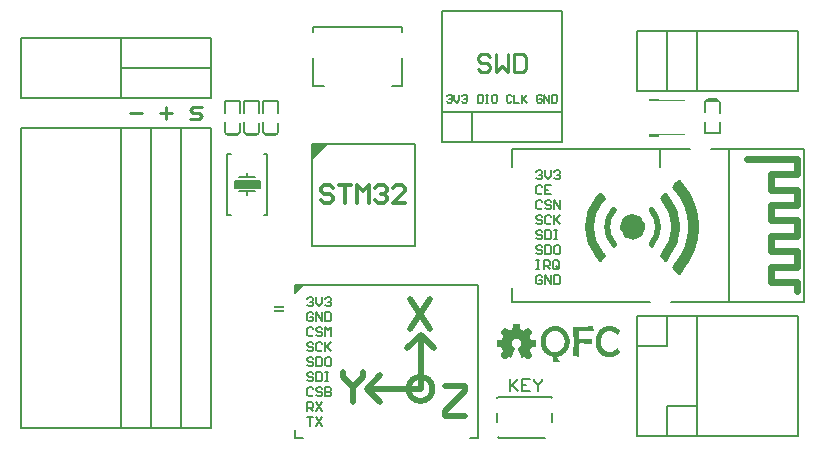
<source format=gto>
%FSLAX25Y25*%
%MOIN*%
G70*
G01*
G75*
G04 Layer_Color=65535*
%ADD10R,0.05200X0.06000*%
%ADD11R,0.10000X0.03600*%
%ADD12C,0.02800*%
%ADD13R,0.04000X0.02800*%
%ADD14R,0.05400X0.04000*%
%ADD15C,0.04000*%
%ADD16R,0.06000X0.09600*%
%ADD17R,0.09000X0.07000*%
%ADD18R,0.03400X0.02800*%
%ADD19O,0.06496X0.01181*%
%ADD20O,0.01181X0.06496*%
%ADD21R,0.02756X0.00394*%
%ADD22R,0.05512X0.03150*%
%ADD23R,0.01575X0.06400*%
%ADD24R,0.07000X0.04000*%
%ADD25C,0.02400*%
%ADD26C,0.01000*%
%ADD27C,0.00600*%
%ADD28C,0.01400*%
%ADD29C,0.02000*%
%ADD30C,0.01200*%
%ADD31C,0.01600*%
%ADD32C,0.03000*%
%ADD33R,0.05000X0.05000*%
%ADD34R,0.05000X0.05000*%
%ADD35C,0.13780*%
%ADD36C,0.02756*%
%ADD37O,0.04000X0.07000*%
%ADD38O,0.04000X0.05000*%
%ADD39C,0.02400*%
%ADD40C,0.00400*%
%ADD41R,0.07200X0.08600*%
%ADD42R,0.01000X0.05000*%
%ADD43R,0.05600X0.04800*%
%ADD44R,0.06200X0.02800*%
%ADD45R,0.08600X0.04800*%
%ADD46R,0.05600X0.06200*%
%ADD47R,0.03600X0.04400*%
%ADD48R,0.04400X0.03600*%
%ADD49R,0.02800X0.03400*%
G04:AMPARAMS|DCode=50|XSize=37.4mil|YSize=94.49mil|CornerRadius=9.35mil|HoleSize=0mil|Usage=FLASHONLY|Rotation=270.000|XOffset=0mil|YOffset=0mil|HoleType=Round|Shape=RoundedRectangle|*
%AMROUNDEDRECTD50*
21,1,0.03740,0.07579,0,0,270.0*
21,1,0.01870,0.09449,0,0,270.0*
1,1,0.01870,-0.03789,-0.00935*
1,1,0.01870,-0.03789,0.00935*
1,1,0.01870,0.03789,0.00935*
1,1,0.01870,0.03789,-0.00935*
%
%ADD50ROUNDEDRECTD50*%
G04:AMPARAMS|DCode=51|XSize=157.48mil|YSize=94.49mil|CornerRadius=23.62mil|HoleSize=0mil|Usage=FLASHONLY|Rotation=270.000|XOffset=0mil|YOffset=0mil|HoleType=Round|Shape=RoundedRectangle|*
%AMROUNDEDRECTD51*
21,1,0.15748,0.04724,0,0,270.0*
21,1,0.11024,0.09449,0,0,270.0*
1,1,0.04724,-0.02362,-0.05512*
1,1,0.04724,-0.02362,0.05512*
1,1,0.04724,0.02362,0.05512*
1,1,0.04724,0.02362,-0.05512*
%
%ADD51ROUNDEDRECTD51*%
%ADD52C,0.04500*%
%ADD53C,0.03800*%
%ADD54C,0.03000*%
%ADD55C,0.01900*%
%ADD56C,0.02362*%
%ADD57C,0.00800*%
%ADD58C,0.00787*%
%ADD59C,0.00022*%
%ADD60C,0.00500*%
%ADD61R,0.08500X0.02200*%
%ADD62R,0.03400X0.00600*%
G36*
X157661Y37856D02*
X157720Y37841D01*
X157765Y37797D01*
X157809Y37738D01*
X157839Y37649D01*
Y37634D01*
Y37619D01*
Y37560D01*
Y37501D01*
Y37426D01*
Y37323D01*
X157853Y37204D01*
X157868Y37056D01*
Y37027D01*
X157883Y36967D01*
X157898Y36878D01*
X157913Y36760D01*
X157942Y36523D01*
X157957Y36419D01*
Y36345D01*
Y36331D01*
X157942Y36286D01*
X157883Y36227D01*
X157853Y36212D01*
X157468D01*
X157365Y36227D01*
X156965D01*
X156802Y36242D01*
X156609D01*
X156417Y36257D01*
X156210D01*
X155973Y36271D01*
X155854D01*
X155780Y36286D01*
X155558D01*
X155306Y36301D01*
X155010Y36316D01*
X153455D01*
X153366Y36301D01*
X153188D01*
X153114Y36286D01*
X153085D01*
X153070Y36271D01*
X153040Y36242D01*
X153025Y36212D01*
X152996Y36153D01*
X152966Y36079D01*
X152951Y35975D01*
Y35842D01*
Y34109D01*
Y34094D01*
Y34035D01*
X152966Y33961D01*
X152981Y33872D01*
X152996Y33783D01*
X153040Y33709D01*
X153085Y33650D01*
X153159Y33635D01*
X153559D01*
X153677Y33650D01*
X154136D01*
X154329Y33665D01*
X154521D01*
X154743Y33680D01*
X154980D01*
X155232Y33694D01*
X155365D01*
X155469Y33709D01*
X155573D01*
X155721Y33724D01*
X156017Y33739D01*
X156358D01*
X156713Y33754D01*
X157039Y33768D01*
X157365D01*
X157409Y33754D01*
X157454Y33724D01*
X157483Y33650D01*
Y33635D01*
Y33561D01*
Y33443D01*
X157468Y33280D01*
Y33265D01*
Y33235D01*
Y33146D01*
X157454Y33028D01*
Y32924D01*
Y32895D01*
Y32821D01*
Y32702D01*
Y32524D01*
Y32510D01*
Y32480D01*
Y32436D01*
X157468Y32376D01*
Y32258D01*
Y32139D01*
Y32125D01*
X157454Y32110D01*
X157409Y32080D01*
X157320Y32065D01*
X156950D01*
X156743Y32080D01*
X156180D01*
X155824Y32095D01*
X155662D01*
X155484Y32110D01*
X155010D01*
X154773Y32125D01*
X153499D01*
X153351Y32110D01*
X153262D01*
X153233Y32095D01*
X153129Y32065D01*
X153011Y31976D01*
X152981Y31917D01*
X152966Y31843D01*
Y31813D01*
Y31769D01*
Y31725D01*
Y31651D01*
Y31576D01*
Y31473D01*
Y31354D01*
Y31221D01*
X152981Y31088D01*
Y30925D01*
Y30747D01*
Y30555D01*
Y30362D01*
X152996Y30140D01*
Y29903D01*
Y29888D01*
Y29844D01*
Y29785D01*
X153011Y29696D01*
Y29592D01*
Y29474D01*
X153025Y29192D01*
Y28881D01*
X153040Y28555D01*
Y28259D01*
Y28126D01*
Y27992D01*
Y27978D01*
Y27963D01*
X153025Y27889D01*
X152966Y27815D01*
X152922Y27800D01*
X152863Y27785D01*
X152626D01*
X152433Y27800D01*
X152389D01*
X152329Y27815D01*
X152270D01*
X152137Y27830D01*
X151796D01*
X151633Y27815D01*
X151500D01*
X151382Y27800D01*
X151248D01*
X151189Y27815D01*
X151130Y27859D01*
X151115Y27904D01*
X151100Y27948D01*
Y27963D01*
Y27992D01*
Y28037D01*
Y28096D01*
Y28185D01*
Y28289D01*
Y28407D01*
X151115Y28541D01*
Y28703D01*
Y28881D01*
Y29074D01*
X151130Y29296D01*
Y29518D01*
X151145Y29770D01*
Y30051D01*
X151159Y30332D01*
Y30347D01*
Y30407D01*
Y30481D01*
X151174Y30599D01*
Y30718D01*
X151189Y30880D01*
Y31043D01*
X151204Y31221D01*
Y31606D01*
X151219Y32006D01*
X151233Y32391D01*
Y32554D01*
Y32717D01*
Y32732D01*
Y32761D01*
Y32806D01*
Y32895D01*
Y33013D01*
Y33161D01*
X151219Y33354D01*
Y33591D01*
X151204Y33872D01*
Y34213D01*
X151189Y34598D01*
X151174Y34820D01*
Y35042D01*
X151159Y35294D01*
Y35560D01*
X151145Y35842D01*
X151130Y36138D01*
Y36449D01*
X151115Y36775D01*
X151100Y37130D01*
X151085Y37501D01*
Y37589D01*
Y37619D01*
X151100Y37663D01*
X151159Y37723D01*
X151204Y37752D01*
X151263Y37767D01*
X151500D01*
X151663Y37752D01*
X151885D01*
X152018Y37738D01*
X154477D01*
X154595Y37752D01*
X154936D01*
X155129Y37767D01*
X155365D01*
X155602Y37782D01*
X155884Y37797D01*
X156165Y37812D01*
X156476Y37826D01*
X156817Y37841D01*
X157157Y37856D01*
X157528Y37886D01*
X157572D01*
X157661Y37856D01*
D02*
G37*
G36*
X163407Y38004D02*
X163555Y37989D01*
X163733Y37975D01*
X163940Y37945D01*
X164177Y37900D01*
X164429Y37841D01*
X164696Y37752D01*
X164962Y37663D01*
X165244Y37545D01*
X165525Y37397D01*
X165792Y37219D01*
X166058Y37027D01*
X166310Y36805D01*
X166547Y36538D01*
X166562Y36508D01*
X166606Y36449D01*
X166651Y36375D01*
X166665Y36286D01*
Y36257D01*
X166651Y36212D01*
X166621Y36153D01*
X166577Y36064D01*
X166503Y35931D01*
X166414Y35783D01*
X166280Y35575D01*
X166266Y35546D01*
X166221Y35486D01*
X166162Y35383D01*
X166073Y35279D01*
X165999Y35175D01*
X165925Y35072D01*
X165866Y35013D01*
X165821Y34983D01*
X165806D01*
X165777Y34998D01*
X165732Y35027D01*
X165673Y35072D01*
X165599Y35131D01*
X165510Y35205D01*
X165392Y35324D01*
X165377Y35338D01*
X165318Y35397D01*
X165244Y35472D01*
X165125Y35560D01*
X165007Y35679D01*
X164874Y35783D01*
X164740Y35886D01*
X164592Y35975D01*
X164562Y35990D01*
X164488Y36034D01*
X164355Y36094D01*
X164192Y36153D01*
X164000Y36212D01*
X163763Y36271D01*
X163511Y36316D01*
X163230Y36331D01*
X163096D01*
X162993Y36316D01*
X162874Y36301D01*
X162741Y36271D01*
X162593Y36242D01*
X162430Y36197D01*
X162252Y36138D01*
X162074Y36064D01*
X161897Y35975D01*
X161719Y35871D01*
X161526Y35753D01*
X161363Y35605D01*
X161186Y35442D01*
X161038Y35249D01*
Y35235D01*
X161008Y35205D01*
X160978Y35146D01*
X160934Y35072D01*
X160875Y34983D01*
X160816Y34864D01*
X160756Y34731D01*
X160697Y34583D01*
X160623Y34420D01*
X160564Y34242D01*
X160504Y34035D01*
X160445Y33828D01*
X160371Y33354D01*
X160356Y33102D01*
X160342Y32835D01*
Y32821D01*
Y32776D01*
Y32687D01*
X160356Y32598D01*
Y32465D01*
X160371Y32317D01*
X160401Y32154D01*
X160431Y31976D01*
X160504Y31591D01*
X160623Y31192D01*
X160801Y30777D01*
X160904Y30584D01*
X161023Y30392D01*
X161038Y30377D01*
X161053Y30347D01*
X161112Y30288D01*
X161171Y30214D01*
X161245Y30140D01*
X161349Y30051D01*
X161467Y29947D01*
X161586Y29844D01*
X161734Y29740D01*
X161897Y29636D01*
X162089Y29548D01*
X162282Y29474D01*
X162489Y29399D01*
X162711Y29340D01*
X162963Y29311D01*
X163215Y29296D01*
X163333D01*
X163481Y29311D01*
X163659Y29340D01*
X163866Y29385D01*
X164088Y29444D01*
X164325Y29518D01*
X164577Y29636D01*
X164592Y29651D01*
X164651Y29681D01*
X164740Y29740D01*
X164844Y29814D01*
X164977Y29903D01*
X165125Y30007D01*
X165288Y30140D01*
X165451Y30288D01*
X165466Y30303D01*
X165510Y30347D01*
X165569Y30407D01*
X165644Y30466D01*
X165718Y30525D01*
X165777Y30584D01*
X165821Y30629D01*
X165851Y30643D01*
X165866Y30629D01*
X165895Y30614D01*
X165925Y30569D01*
X165984Y30510D01*
X166073Y30407D01*
X166177Y30259D01*
X166325Y30066D01*
X166340Y30036D01*
X166399Y29977D01*
X166458Y29888D01*
X166547Y29785D01*
X166621Y29666D01*
X166695Y29562D01*
X166739Y29488D01*
X166754Y29444D01*
Y29429D01*
X166739Y29385D01*
X166695Y29311D01*
X166606Y29207D01*
X166591Y29192D01*
X166547Y29133D01*
X166458Y29059D01*
X166355Y28955D01*
X166221Y28837D01*
X166058Y28703D01*
X165866Y28555D01*
X165658Y28407D01*
X165421Y28244D01*
X165155Y28111D01*
X164874Y27963D01*
X164577Y27844D01*
X164251Y27741D01*
X163911Y27667D01*
X163541Y27608D01*
X163170Y27593D01*
X163081D01*
X162963Y27608D01*
X162815Y27622D01*
X162637Y27637D01*
X162430Y27681D01*
X162193Y27726D01*
X161941Y27785D01*
X161674Y27874D01*
X161393Y27978D01*
X161097Y28096D01*
X160816Y28244D01*
X160534Y28422D01*
X160253Y28629D01*
X159986Y28881D01*
X159734Y29148D01*
X159720Y29162D01*
X159690Y29222D01*
X159631Y29296D01*
X159557Y29414D01*
X159453Y29548D01*
X159364Y29725D01*
X159246Y29918D01*
X159142Y30140D01*
X159038Y30392D01*
X158920Y30673D01*
X158831Y30969D01*
X158742Y31295D01*
X158653Y31636D01*
X158594Y31991D01*
X158564Y32376D01*
X158550Y32776D01*
Y32806D01*
Y32880D01*
X158564Y32983D01*
Y33146D01*
X158594Y33324D01*
X158609Y33546D01*
X158653Y33798D01*
X158698Y34050D01*
X158772Y34331D01*
X158846Y34627D01*
X158949Y34938D01*
X159068Y35249D01*
X159201Y35546D01*
X159364Y35857D01*
X159557Y36153D01*
X159764Y36434D01*
X159779Y36449D01*
X159823Y36508D01*
X159897Y36582D01*
X160001Y36686D01*
X160134Y36805D01*
X160282Y36938D01*
X160475Y37086D01*
X160682Y37234D01*
X160919Y37382D01*
X161171Y37515D01*
X161452Y37649D01*
X161763Y37767D01*
X162089Y37871D01*
X162445Y37945D01*
X162815Y38004D01*
X163200Y38019D01*
X163289D01*
X163407Y38004D01*
D02*
G37*
G36*
X145265Y38019D02*
X145398Y38004D01*
X145576Y37989D01*
X145783Y37945D01*
X146020Y37900D01*
X146272Y37841D01*
X146539Y37752D01*
X146820Y37649D01*
X147116Y37515D01*
X147413Y37352D01*
X147709Y37175D01*
X147990Y36967D01*
X148286Y36716D01*
X148553Y36434D01*
X148568Y36419D01*
X148612Y36360D01*
X148686Y36286D01*
X148775Y36168D01*
X148879Y36020D01*
X148982Y35842D01*
X149116Y35634D01*
X149249Y35412D01*
X149367Y35161D01*
X149501Y34879D01*
X149604Y34583D01*
X149723Y34272D01*
X149797Y33931D01*
X149871Y33576D01*
X149915Y33206D01*
X149930Y32821D01*
Y32806D01*
Y32732D01*
Y32643D01*
X149915Y32495D01*
X149900Y32332D01*
X149871Y32139D01*
X149841Y31932D01*
X149782Y31695D01*
X149723Y31428D01*
X149649Y31162D01*
X149560Y30895D01*
X149456Y30599D01*
X149323Y30318D01*
X149160Y30022D01*
X148997Y29740D01*
X148790Y29459D01*
X148775Y29444D01*
X148731Y29399D01*
X148671Y29311D01*
X148568Y29222D01*
X148449Y29103D01*
X148316Y28970D01*
X148153Y28822D01*
X147960Y28674D01*
X147753Y28511D01*
X147531Y28363D01*
X147279Y28215D01*
X147013Y28081D01*
X146731Y27948D01*
X146420Y27844D01*
X146109Y27770D01*
X145769Y27711D01*
Y27696D01*
X145783Y27681D01*
X145798Y27637D01*
X145813Y27578D01*
X145887Y27430D01*
X145976Y27237D01*
X146109Y27015D01*
X146272Y26778D01*
X146465Y26541D01*
X146702Y26289D01*
X146716D01*
X146731Y26260D01*
X146746Y26230D01*
Y26201D01*
Y26186D01*
Y26171D01*
X146716Y26141D01*
X146687Y26097D01*
X146627Y26052D01*
X146539Y26023D01*
X146420Y25993D01*
X146257Y25964D01*
X145176D01*
X144998Y25978D01*
X144702D01*
X144658Y25993D01*
X144628D01*
X144613Y26008D01*
X144569Y26038D01*
X144539Y26067D01*
X144510Y26112D01*
X144480Y26171D01*
X144450Y26245D01*
X144406Y26334D01*
X144376Y26452D01*
X144347Y26600D01*
X144317Y26763D01*
X144288Y26956D01*
X144258Y27178D01*
X144243Y27430D01*
X144228Y27726D01*
X144213D01*
X144154Y27741D01*
X144051Y27770D01*
X143932Y27800D01*
X143769Y27859D01*
X143591Y27918D01*
X143399Y27992D01*
X143177Y28081D01*
X142955Y28200D01*
X142703Y28318D01*
X142466Y28466D01*
X142214Y28644D01*
X141977Y28822D01*
X141725Y29044D01*
X141503Y29281D01*
X141281Y29533D01*
X141266Y29548D01*
X141237Y29592D01*
X141177Y29681D01*
X141118Y29785D01*
X141029Y29918D01*
X140940Y30081D01*
X140837Y30259D01*
X140748Y30466D01*
X140644Y30703D01*
X140541Y30955D01*
X140452Y31221D01*
X140363Y31517D01*
X140304Y31813D01*
X140244Y32139D01*
X140215Y32480D01*
X140200Y32821D01*
Y32850D01*
Y32909D01*
X140215Y33028D01*
Y33176D01*
X140244Y33354D01*
X140274Y33561D01*
X140319Y33798D01*
X140378Y34050D01*
X140437Y34331D01*
X140526Y34627D01*
X140644Y34924D01*
X140778Y35220D01*
X140926Y35531D01*
X141118Y35842D01*
X141326Y36138D01*
X141562Y36434D01*
X141577Y36449D01*
X141622Y36508D01*
X141711Y36582D01*
X141814Y36686D01*
X141962Y36805D01*
X142125Y36938D01*
X142318Y37086D01*
X142540Y37234D01*
X142777Y37382D01*
X143043Y37530D01*
X143325Y37663D01*
X143636Y37782D01*
X143962Y37886D01*
X144317Y37960D01*
X144673Y38019D01*
X145058Y38034D01*
X145147D01*
X145265Y38019D01*
D02*
G37*
G36*
X58378Y48998D02*
Y51598D01*
X60978D01*
X58378Y48998D01*
D02*
G37*
G36*
X179623Y113298D02*
X188283D01*
Y112898D01*
X176472D01*
Y113698D01*
X179623D01*
Y113298D01*
D02*
G37*
G36*
X188283Y101498D02*
X179623D01*
Y101098D01*
X176472D01*
Y101898D01*
X188283D01*
Y101498D01*
D02*
G37*
G36*
X63952Y93291D02*
Y98724D01*
X69385Y98724D01*
X63952Y93291D01*
D02*
G37*
%LPC*%
G36*
X145043Y36316D02*
X144910D01*
X144821Y36301D01*
X144702Y36286D01*
X144569Y36257D01*
X144421Y36227D01*
X144258Y36182D01*
X144080Y36123D01*
X143903Y36049D01*
X143710Y35960D01*
X143517Y35842D01*
X143325Y35723D01*
X143132Y35575D01*
X142955Y35397D01*
X142777Y35205D01*
X142762Y35190D01*
X142747Y35161D01*
X142703Y35101D01*
X142644Y35027D01*
X142584Y34924D01*
X142510Y34805D01*
X142421Y34672D01*
X142348Y34524D01*
X142273Y34346D01*
X142184Y34168D01*
X142051Y33754D01*
X141992Y33531D01*
X141962Y33294D01*
X141933Y33043D01*
X141918Y32791D01*
Y32776D01*
Y32732D01*
Y32658D01*
X141933Y32554D01*
X141948Y32436D01*
X141962Y32302D01*
X141992Y32139D01*
X142022Y31962D01*
X142125Y31591D01*
X142199Y31384D01*
X142288Y31177D01*
X142377Y30969D01*
X142496Y30762D01*
X142629Y30555D01*
X142777Y30362D01*
X142792Y30347D01*
X142821Y30318D01*
X142866Y30259D01*
X142940Y30184D01*
X143029Y30110D01*
X143132Y30022D01*
X143266Y29918D01*
X143399Y29814D01*
X143562Y29711D01*
X143725Y29607D01*
X144110Y29444D01*
X144332Y29370D01*
X144554Y29311D01*
X144791Y29281D01*
X145043Y29266D01*
X145102D01*
X145176Y29281D01*
X145280D01*
X145398Y29296D01*
X145532Y29325D01*
X145680Y29355D01*
X145857Y29399D01*
X146035Y29459D01*
X146213Y29533D01*
X146405Y29622D01*
X146613Y29725D01*
X146805Y29859D01*
X146998Y30007D01*
X147176Y30170D01*
X147353Y30362D01*
X147368Y30377D01*
X147398Y30407D01*
X147427Y30466D01*
X147486Y30540D01*
X147561Y30643D01*
X147635Y30762D01*
X147709Y30895D01*
X147798Y31058D01*
X147872Y31221D01*
X147946Y31414D01*
X148094Y31828D01*
X148153Y32065D01*
X148183Y32302D01*
X148212Y32554D01*
X148227Y32806D01*
Y32821D01*
Y32865D01*
Y32939D01*
X148212Y33043D01*
X148197Y33161D01*
X148183Y33309D01*
X148153Y33457D01*
X148123Y33635D01*
X148005Y34020D01*
X147946Y34213D01*
X147857Y34420D01*
X147753Y34627D01*
X147635Y34835D01*
X147501Y35042D01*
X147338Y35235D01*
X147324Y35249D01*
X147294Y35279D01*
X147250Y35338D01*
X147176Y35397D01*
X147087Y35486D01*
X146983Y35575D01*
X146850Y35679D01*
X146702Y35783D01*
X146554Y35871D01*
X146376Y35975D01*
X145976Y36153D01*
X145769Y36212D01*
X145532Y36271D01*
X145295Y36301D01*
X145043Y36316D01*
D02*
G37*
%LPD*%
D26*
X181778Y60098D02*
X182378Y60698D01*
X181778Y81898D02*
X182428Y81248D01*
X180378Y61498D02*
X180878Y61998D01*
X180378Y80498D02*
X180878Y79998D01*
X176578Y76698D02*
X177178Y77298D01*
X180378Y80498D02*
X181778Y81898D01*
X180378Y61498D02*
X181778Y60098D01*
X177178Y77298D02*
X177678Y76798D01*
X176578Y65298D02*
X177178Y64698D01*
X177678Y65198D01*
X176578Y65298D02*
X177078Y65798D01*
X176578Y76698D02*
X177078Y76198D01*
X184278Y57598D02*
X186228Y55648D01*
X184278Y84398D02*
X186228Y86348D01*
X187128Y85448D01*
X186228Y55648D02*
X187178Y56598D01*
X184278Y84398D02*
X185278Y83398D01*
X184278Y57598D02*
X185228Y58548D01*
X164678Y65798D02*
X165178Y65298D01*
X164678Y76198D02*
X165178Y76698D01*
X164078Y76798D02*
X164578Y77298D01*
X165178Y76698D01*
X164078Y65198D02*
X164578Y64698D01*
X159978Y81898D02*
X161378Y80498D01*
X159978Y60098D02*
X161378Y61498D01*
X164578Y64698D02*
X165178Y65298D01*
X160878Y61998D02*
X161378Y61498D01*
X160878Y79998D02*
X161378Y80498D01*
X159328Y60748D02*
X159978Y60098D01*
X159378Y81298D02*
X159978Y81898D01*
X123377Y127496D02*
X122377Y128496D01*
X120378D01*
X119378Y127496D01*
Y126496D01*
X120378Y125497D01*
X122377D01*
X123377Y124497D01*
Y123497D01*
X122377Y122498D01*
X120378D01*
X119378Y123497D01*
X125376Y128496D02*
Y122498D01*
X127375Y124497D01*
X129375Y122498D01*
Y128496D01*
X131374D02*
Y122498D01*
X134373D01*
X135373Y123497D01*
Y127496D01*
X134373Y128496D01*
X131374D01*
X23378Y106898D02*
X26377D01*
X27377Y107897D01*
X26377Y108897D01*
X24378D01*
X23378Y109897D01*
X24378Y110896D01*
X27377D01*
X13378Y108897D02*
X17377D01*
X15377Y110896D02*
Y106897D01*
X3378Y108897D02*
X7377D01*
D27*
X180162Y91098D02*
Y97098D01*
X197178D02*
X228178D01*
X130678D02*
X190178D01*
X130678Y91098D02*
Y97098D01*
X203170Y46098D02*
Y97098D01*
X130678Y46098D02*
Y50598D01*
Y46098D02*
X176678D01*
X228178D02*
Y97098D01*
X183678Y46098D02*
X228178D01*
X119378Y598D02*
Y51598D01*
X58378Y48998D02*
Y51598D01*
X119378D01*
X58378Y48998D02*
X60978Y51598D01*
X58378Y598D02*
Y3198D01*
Y598D02*
X60978D01*
X116778D02*
X119378D01*
X39778Y82898D02*
X45178D01*
X39778Y87498D02*
X45178Y87498D01*
X42478D02*
Y88798D01*
X42478Y81598D02*
Y82898D01*
X48078Y95434D02*
X49178D01*
X48078Y74961D02*
X49178D01*
X35778Y95434D02*
X36878D01*
X35778Y74961D02*
X36878D01*
X49178D02*
Y95434D01*
X35778Y74961D02*
Y95434D01*
X107378Y99398D02*
X147378D01*
Y142898D01*
X107378D02*
X147378D01*
X107378Y99398D02*
Y142898D01*
Y109398D02*
X147378D01*
X225878Y116398D02*
Y136398D01*
X172378D02*
X225878D01*
X172378Y116398D02*
X225878D01*
X172378D02*
Y136398D01*
X192378Y116398D02*
Y136398D01*
X-33122Y113898D02*
X30378D01*
X378D02*
Y133898D01*
X-33122Y113898D02*
Y133898D01*
X30378Y113898D02*
Y133898D01*
X-33122D02*
X30378D01*
Y3898D02*
Y103898D01*
X-33122Y3898D02*
X30378D01*
X-33122Y103898D02*
X30378D01*
X378Y3898D02*
Y103898D01*
X-33122Y3898D02*
Y103898D01*
X192378Y1398D02*
Y41398D01*
X172378Y1398D02*
Y41398D01*
Y1398D02*
X225878D01*
Y41398D01*
X172378D02*
X225878D01*
X20378Y3898D02*
Y103898D01*
X10378Y3898D02*
Y103898D01*
X378Y123898D02*
X30378Y123898D01*
X182378Y116398D02*
Y136398D01*
X117378Y99398D02*
Y109398D01*
X182378Y11398D02*
X192378D01*
X182378Y1398D02*
Y11398D01*
X172378Y31398D02*
X182378D01*
Y41398D01*
X143578Y14298D02*
X143978Y13898D01*
X126178Y14298D02*
X143578D01*
X125778Y13898D02*
X126178Y14298D01*
X143878Y5898D02*
Y8898D01*
X126278Y498D02*
X141778D01*
X125778Y5898D02*
Y8898D01*
X125878Y898D02*
X126278Y498D01*
X64478Y117998D02*
X67978D01*
X90578D02*
X94078D01*
Y127198D01*
X64478Y135798D02*
Y137498D01*
Y117998D02*
Y127198D01*
Y137498D02*
X94078D01*
Y135798D02*
Y137498D01*
X195878Y113498D02*
X198878D01*
X195378Y112998D02*
X195878Y113498D01*
X198878D02*
X199378Y112998D01*
X199878Y102198D02*
Y106098D01*
X194878Y102198D02*
X199878D01*
X194878Y109223D02*
Y112497D01*
X199878Y109098D02*
Y112498D01*
X194878Y102198D02*
Y106098D01*
X199378Y112998D02*
X199878Y112498D01*
X195378Y112998D02*
X199378D01*
X194878Y112497D02*
X195378Y112998D01*
X35978Y101498D02*
X38978D01*
X39478Y101998D01*
X35478D02*
X35978Y101498D01*
X34978Y108898D02*
Y112798D01*
X39978D01*
X39978Y102498D02*
Y105772D01*
X34978Y102498D02*
Y105898D01*
X39978Y108898D02*
Y112798D01*
X34978Y102498D02*
X35478Y101998D01*
X39478D01*
X39978Y102498D01*
X42378Y101498D02*
X45378D01*
X45878Y101998D01*
X41878D02*
X42378Y101498D01*
X41378Y108898D02*
Y112798D01*
X46378D01*
X46378Y102498D02*
Y105772D01*
X41378Y102498D02*
Y105898D01*
X46378Y108898D02*
Y112798D01*
X41378Y102498D02*
X41878Y101998D01*
X45878D01*
X46378Y102498D01*
X52278Y101998D02*
X52778Y102498D01*
X48278Y101998D02*
X52278D01*
X47778Y102498D02*
X48278Y101998D01*
X52778Y108898D02*
Y112798D01*
X47778Y102498D02*
Y105898D01*
X52778Y102498D02*
Y105772D01*
X47778Y112798D02*
X52778D01*
X47778Y108898D02*
Y112798D01*
X48278Y101998D02*
X48778Y101498D01*
X51778D02*
X52278Y101998D01*
X48778Y101498D02*
X51778D01*
X140777Y84397D02*
X140278Y84897D01*
X139278D01*
X138778Y84397D01*
Y82398D01*
X139278Y81898D01*
X140278D01*
X140777Y82398D01*
X143776Y84897D02*
X141777D01*
Y81898D01*
X143776D01*
X141777Y83397D02*
X142777D01*
X138778Y89397D02*
X139278Y89897D01*
X140278D01*
X140777Y89397D01*
Y88897D01*
X140278Y88397D01*
X139778D01*
X140278D01*
X140777Y87897D01*
Y87397D01*
X140278Y86898D01*
X139278D01*
X138778Y87397D01*
X141777Y89897D02*
Y87897D01*
X142777Y86898D01*
X143776Y87897D01*
Y89897D01*
X144776Y89397D02*
X145276Y89897D01*
X146275D01*
X146775Y89397D01*
Y88897D01*
X146275Y88397D01*
X145776D01*
X146275D01*
X146775Y87897D01*
Y87397D01*
X146275Y86898D01*
X145276D01*
X144776Y87397D01*
X140777Y79397D02*
X140278Y79897D01*
X139278D01*
X138778Y79397D01*
Y77398D01*
X139278Y76898D01*
X140278D01*
X140777Y77398D01*
X143776Y79397D02*
X143277Y79897D01*
X142277D01*
X141777Y79397D01*
Y78897D01*
X142277Y78397D01*
X143277D01*
X143776Y77897D01*
Y77398D01*
X143277Y76898D01*
X142277D01*
X141777Y77398D01*
X144776Y76898D02*
Y79897D01*
X146775Y76898D01*
Y79897D01*
X140777Y74397D02*
X140278Y74897D01*
X139278D01*
X138778Y74397D01*
Y73897D01*
X139278Y73397D01*
X140278D01*
X140777Y72897D01*
Y72398D01*
X140278Y71898D01*
X139278D01*
X138778Y72398D01*
X143776Y74397D02*
X143277Y74897D01*
X142277D01*
X141777Y74397D01*
Y72398D01*
X142277Y71898D01*
X143277D01*
X143776Y72398D01*
X144776Y74897D02*
Y71898D01*
Y72897D01*
X146775Y74897D01*
X145276Y73397D01*
X146775Y71898D01*
X140777Y69397D02*
X140278Y69897D01*
X139278D01*
X138778Y69397D01*
Y68897D01*
X139278Y68397D01*
X140278D01*
X140777Y67897D01*
Y67397D01*
X140278Y66898D01*
X139278D01*
X138778Y67397D01*
X141777Y69897D02*
Y66898D01*
X143277D01*
X143776Y67397D01*
Y69397D01*
X143277Y69897D01*
X141777D01*
X144776D02*
X145776D01*
X145276D01*
Y66898D01*
X144776D01*
X145776D01*
X140777Y64397D02*
X140278Y64897D01*
X139278D01*
X138778Y64397D01*
Y63897D01*
X139278Y63397D01*
X140278D01*
X140777Y62897D01*
Y62397D01*
X140278Y61898D01*
X139278D01*
X138778Y62397D01*
X141777Y64897D02*
Y61898D01*
X143277D01*
X143776Y62397D01*
Y64397D01*
X143277Y64897D01*
X141777D01*
X146275D02*
X145276D01*
X144776Y64397D01*
Y62397D01*
X145276Y61898D01*
X146275D01*
X146775Y62397D01*
Y64397D01*
X146275Y64897D01*
X138778Y59897D02*
X139778D01*
X139278D01*
Y56898D01*
X138778D01*
X139778D01*
X141277D02*
Y59897D01*
X142777D01*
X143277Y59397D01*
Y58397D01*
X142777Y57897D01*
X141277D01*
X142277D02*
X143277Y56898D01*
X146275Y57398D02*
Y59397D01*
X145776Y59897D01*
X144776D01*
X144276Y59397D01*
Y57398D01*
X144776Y56898D01*
X145776D01*
X145276Y57897D02*
X146275Y56898D01*
X145776D02*
X146275Y57398D01*
X140777Y54397D02*
X140278Y54897D01*
X139278D01*
X138778Y54397D01*
Y52398D01*
X139278Y51898D01*
X140278D01*
X140777Y52398D01*
Y53397D01*
X139778D01*
X141777Y51898D02*
Y54897D01*
X143776Y51898D01*
Y54897D01*
X144776D02*
Y51898D01*
X146275D01*
X146775Y52398D01*
Y54397D01*
X146275Y54897D01*
X144776D01*
X64477Y42097D02*
X63977Y42597D01*
X62978D01*
X62478Y42097D01*
Y40097D01*
X62978Y39598D01*
X63977D01*
X64477Y40097D01*
Y41097D01*
X63478D01*
X65477Y39598D02*
Y42597D01*
X67476Y39598D01*
Y42597D01*
X68476D02*
Y39598D01*
X69976D01*
X70475Y40097D01*
Y42097D01*
X69976Y42597D01*
X68476D01*
X62478Y47097D02*
X62978Y47597D01*
X63977D01*
X64477Y47097D01*
Y46597D01*
X63977Y46097D01*
X63478D01*
X63977D01*
X64477Y45597D01*
Y45097D01*
X63977Y44598D01*
X62978D01*
X62478Y45097D01*
X65477Y47597D02*
Y45597D01*
X66477Y44598D01*
X67476Y45597D01*
Y47597D01*
X68476Y47097D02*
X68976Y47597D01*
X69976D01*
X70475Y47097D01*
Y46597D01*
X69976Y46097D01*
X69476D01*
X69976D01*
X70475Y45597D01*
Y45097D01*
X69976Y44598D01*
X68976D01*
X68476Y45097D01*
X64477Y37097D02*
X63977Y37597D01*
X62978D01*
X62478Y37097D01*
Y35097D01*
X62978Y34598D01*
X63977D01*
X64477Y35097D01*
X67476Y37097D02*
X66977Y37597D01*
X65977D01*
X65477Y37097D01*
Y36597D01*
X65977Y36097D01*
X66977D01*
X67476Y35597D01*
Y35097D01*
X66977Y34598D01*
X65977D01*
X65477Y35097D01*
X68476Y34598D02*
Y37597D01*
X69476Y36597D01*
X70475Y37597D01*
Y34598D01*
X64477Y32097D02*
X63977Y32597D01*
X62978D01*
X62478Y32097D01*
Y31597D01*
X62978Y31097D01*
X63977D01*
X64477Y30597D01*
Y30097D01*
X63977Y29598D01*
X62978D01*
X62478Y30097D01*
X67476Y32097D02*
X66977Y32597D01*
X65977D01*
X65477Y32097D01*
Y30097D01*
X65977Y29598D01*
X66977D01*
X67476Y30097D01*
X68476Y32597D02*
Y29598D01*
Y30597D01*
X70475Y32597D01*
X68976Y31097D01*
X70475Y29598D01*
X64477Y27097D02*
X63977Y27597D01*
X62978D01*
X62478Y27097D01*
Y26597D01*
X62978Y26097D01*
X63977D01*
X64477Y25597D01*
Y25097D01*
X63977Y24598D01*
X62978D01*
X62478Y25097D01*
X65477Y27597D02*
Y24598D01*
X66977D01*
X67476Y25097D01*
Y27097D01*
X66977Y27597D01*
X65477D01*
X69976D02*
X68976D01*
X68476Y27097D01*
Y25097D01*
X68976Y24598D01*
X69976D01*
X70475Y25097D01*
Y27097D01*
X69976Y27597D01*
X64477Y22097D02*
X63977Y22597D01*
X62978D01*
X62478Y22097D01*
Y21597D01*
X62978Y21097D01*
X63977D01*
X64477Y20597D01*
Y20097D01*
X63977Y19598D01*
X62978D01*
X62478Y20097D01*
X65477Y22597D02*
Y19598D01*
X66977D01*
X67476Y20097D01*
Y22097D01*
X66977Y22597D01*
X65477D01*
X68476D02*
X69476D01*
X68976D01*
Y19598D01*
X68476D01*
X69476D01*
X64477Y17097D02*
X63977Y17597D01*
X62978D01*
X62478Y17097D01*
Y15097D01*
X62978Y14598D01*
X63977D01*
X64477Y15097D01*
X67476Y17097D02*
X66977Y17597D01*
X65977D01*
X65477Y17097D01*
Y16597D01*
X65977Y16097D01*
X66977D01*
X67476Y15597D01*
Y15097D01*
X66977Y14598D01*
X65977D01*
X65477Y15097D01*
X68476Y17597D02*
Y14598D01*
X69976D01*
X70475Y15097D01*
Y15597D01*
X69976Y16097D01*
X68476D01*
X69976D01*
X70475Y16597D01*
Y17097D01*
X69976Y17597D01*
X68476D01*
X62478Y9598D02*
Y12597D01*
X63977D01*
X64477Y12097D01*
Y11097D01*
X63977Y10597D01*
X62478D01*
X63478D02*
X64477Y9598D01*
X65477Y12597D02*
X67476Y9598D01*
Y12597D02*
X65477Y9598D01*
X62478Y7597D02*
X64477D01*
X63478D01*
Y4598D01*
X65477Y7597D02*
X67476Y4598D01*
Y7597D02*
X65477Y4598D01*
D29*
X104200Y17000D02*
G03*
X104200Y17000I-4000J0D01*
G01*
X100200D02*
Y35000D01*
X95700Y30500D02*
X100200Y35000D01*
X104700Y30500D01*
X82200Y17000D02*
X86700Y12500D01*
X82200Y17000D02*
X86700Y21500D01*
X82200Y17000D02*
X100200D01*
X96700Y46997D02*
X103365Y37000D01*
Y46997D02*
X96700Y37000D01*
X74200Y22497D02*
Y20831D01*
X77532Y17498D01*
X80865Y20831D01*
Y22497D01*
X77532Y17498D02*
Y12500D01*
X108200Y17997D02*
X114865D01*
Y16331D01*
X108200Y9666D01*
Y8000D01*
X114865D01*
D30*
X71077Y84096D02*
X70077Y85096D01*
X68078D01*
X67078Y84096D01*
Y83096D01*
X68078Y82097D01*
X70077D01*
X71077Y81097D01*
Y80097D01*
X70077Y79098D01*
X68078D01*
X67078Y80097D01*
X73076Y85096D02*
X77075D01*
X75075D01*
Y79098D01*
X79074D02*
Y85096D01*
X81073Y83096D01*
X83073Y85096D01*
Y79098D01*
X85072Y84096D02*
X86072Y85096D01*
X88071D01*
X89071Y84096D01*
Y83096D01*
X88071Y82097D01*
X87072D01*
X88071D01*
X89071Y81097D01*
Y80097D01*
X88071Y79098D01*
X86072D01*
X85072Y80097D01*
X95069Y79098D02*
X91070D01*
X95069Y83096D01*
Y84096D01*
X94069Y85096D01*
X92070D01*
X91070Y84096D01*
D52*
X172878Y70998D02*
G03*
X172878Y70998I-2000J0D01*
G01*
D53*
X186235Y57622D02*
G03*
X186235Y84373I-15357J13375D01*
G01*
D54*
X181802Y61577D02*
G03*
X181802Y80418I-10924J9421D01*
G01*
X159954D02*
G03*
X159954Y61577I10924J-9421D01*
G01*
D55*
X177215Y65354D02*
G03*
X177220Y76635I-6336J5644D01*
G01*
X164541Y76641D02*
G03*
X164536Y65360I6336J-5644D01*
G01*
D56*
X217178Y52653D02*
X225619D01*
X217178D02*
Y57771D01*
X225619D02*
Y62889D01*
X217178D02*
Y68007D01*
X225619D02*
Y73125D01*
X217178D02*
Y78243D01*
X225619D02*
Y83361D01*
X217178Y57771D02*
X225619D01*
X217178Y62889D02*
X225619D01*
X217178Y68007D02*
X225619D01*
X217178Y73125D02*
X225619D01*
X217178Y78243D02*
X225619D01*
X217178Y83361D02*
X225619D01*
X217178D02*
Y88480D01*
X225619D01*
Y93598D01*
X209178D02*
X225619D01*
Y49598D02*
Y52653D01*
D57*
X38278Y84098D02*
X46778D01*
X38278Y86298D02*
X46778D01*
Y84098D02*
Y86298D01*
X38278Y84098D02*
Y86298D01*
X129878Y20396D02*
Y16398D01*
Y17730D01*
X132544Y20396D01*
X130544Y18397D01*
X132544Y16398D01*
X136542Y20396D02*
X133877D01*
Y16398D01*
X136542D01*
X133877Y18397D02*
X135210D01*
X137875Y20396D02*
Y19730D01*
X139208Y18397D01*
X140541Y19730D01*
Y20396D01*
X139208Y18397D02*
Y16398D01*
D58*
X63952Y64472D02*
Y98724D01*
X98204Y64472D02*
Y98724D01*
X63952D02*
X98204D01*
X63952Y64472D02*
X98204D01*
D59*
X135825Y27138D02*
X135911D01*
X128070D02*
X128157D01*
X135803Y27159D02*
X135954D01*
X128027D02*
X128178D01*
X135760Y27181D02*
X135976D01*
X128006D02*
X128222D01*
X135738Y27202D02*
X135998D01*
X127984D02*
X128243D01*
X135695Y27224D02*
X136019D01*
X127962D02*
X128286D01*
X135674Y27246D02*
X136041D01*
X127941D02*
X128308D01*
X135630Y27267D02*
X136062D01*
X127919D02*
X128351D01*
X135609Y27289D02*
X136084D01*
X127898D02*
X128373D01*
X135566Y27310D02*
X136106D01*
X127876D02*
X128416D01*
X135544Y27332D02*
X136127D01*
X127854D02*
X128438D01*
X135501Y27354D02*
X136149D01*
X127833D02*
X128481D01*
X135479Y27375D02*
X136170D01*
X127811D02*
X128502D01*
X135458Y27397D02*
X136192D01*
X127790D02*
X128524D01*
X135414Y27418D02*
X136214D01*
X127768D02*
X128567D01*
X135393Y27440D02*
X136235D01*
X127746D02*
X128589D01*
X135350Y27462D02*
X136257D01*
X127725D02*
X128632D01*
X135328Y27483D02*
X136278D01*
X127703D02*
X128654D01*
X135285Y27505D02*
X136300D01*
X127682D02*
X128697D01*
X135263Y27526D02*
X136322D01*
X127660D02*
X128718D01*
X135220Y27548D02*
X136343D01*
X127638D02*
X128762D01*
X135198Y27570D02*
X136365D01*
X127617D02*
X128783D01*
X135155Y27591D02*
X136386D01*
X127595D02*
X128826D01*
X135134Y27613D02*
X136408D01*
X127574D02*
X128848D01*
X135112Y27634D02*
X136430D01*
X127552D02*
X128870D01*
X135069Y27656D02*
X136451D01*
X127530D02*
X128913D01*
X135047Y27678D02*
X136473D01*
X127509D02*
X128934D01*
X135004Y27699D02*
X136494D01*
X133859D02*
X133902D01*
X130079D02*
X130122D01*
X127487D02*
X128978D01*
X134982Y27721D02*
X136516D01*
X133838D02*
X133946D01*
X130036D02*
X130144D01*
X127466D02*
X128999D01*
X134939Y27742D02*
X136538D01*
X133838D02*
X133989D01*
X129993D02*
X130144D01*
X127444D02*
X129042D01*
X134918Y27764D02*
X136559D01*
X133816D02*
X134032D01*
X129950D02*
X130166D01*
X127422D02*
X129064D01*
X134874Y27786D02*
X136581D01*
X133816D02*
X134075D01*
X129906D02*
X130166D01*
X127401D02*
X129107D01*
X134853Y27807D02*
X136602D01*
X133794D02*
X134118D01*
X129863D02*
X130187D01*
X127379D02*
X129129D01*
X134810Y27829D02*
X136624D01*
X133794D02*
X134162D01*
X129820D02*
X130187D01*
X127358D02*
X129172D01*
X134788Y27850D02*
X136646D01*
X133773D02*
X134205D01*
X129777D02*
X130209D01*
X127336D02*
X129194D01*
X134766Y27872D02*
X136667D01*
X133773D02*
X134248D01*
X129734D02*
X130209D01*
X127314D02*
X129215D01*
X134723Y27894D02*
X136689D01*
X133773D02*
X134270D01*
X129712D02*
X130209D01*
X127293D02*
X129258D01*
X134702Y27915D02*
X136710D01*
X133751D02*
X134313D01*
X129669D02*
X130230D01*
X127271D02*
X129280D01*
X134658Y27937D02*
X136732D01*
X133751D02*
X134356D01*
X129626D02*
X130230D01*
X127250D02*
X129323D01*
X134637Y27958D02*
X136754D01*
X133730D02*
X134399D01*
X129582D02*
X130252D01*
X127228D02*
X129345D01*
X134594Y27980D02*
X136775D01*
X133730D02*
X134442D01*
X129539D02*
X130252D01*
X127206D02*
X129388D01*
X134550Y28002D02*
X136797D01*
X133730D02*
X134507D01*
X129474D02*
X130252D01*
X127185D02*
X129431D01*
X133708Y28023D02*
X136818D01*
X127163D02*
X130274D01*
X133708Y28045D02*
X136840D01*
X127142D02*
X130274D01*
X133686Y28066D02*
X136862D01*
X127120D02*
X130295D01*
X133686Y28088D02*
X136883D01*
X127098D02*
X130295D01*
X133686Y28110D02*
X136905D01*
X127077D02*
X130295D01*
X133665Y28131D02*
X136926D01*
X127055D02*
X130317D01*
X133665Y28153D02*
X136948D01*
X127034D02*
X130317D01*
X133643Y28174D02*
X136970D01*
X127012D02*
X130338D01*
X133643Y28196D02*
X136991D01*
X126990D02*
X130338D01*
X133622Y28218D02*
X137013D01*
X126969D02*
X130360D01*
X133622Y28239D02*
X137034D01*
X126947D02*
X130360D01*
X133622Y28261D02*
X137056D01*
X126926D02*
X130360D01*
X133600Y28282D02*
X137078D01*
X126904D02*
X130382D01*
X133600Y28304D02*
X137078D01*
X126904D02*
X130382D01*
X133578Y28326D02*
X137099D01*
X126882D02*
X130403D01*
X133578Y28347D02*
X137099D01*
X126882D02*
X130403D01*
X133578Y28369D02*
X137078D01*
X126904D02*
X130403D01*
X133557Y28390D02*
X137078D01*
X126904D02*
X130425D01*
X133557Y28412D02*
X137056D01*
X126926D02*
X130425D01*
X133535Y28434D02*
X137056D01*
X126926D02*
X130446D01*
X133535Y28455D02*
X137034D01*
X126947D02*
X130446D01*
X133514Y28477D02*
X137013D01*
X126969D02*
X130468D01*
X133514Y28498D02*
X137013D01*
X126969D02*
X130468D01*
X133514Y28520D02*
X136991D01*
X126990D02*
X130468D01*
X133492Y28542D02*
X136970D01*
X127012D02*
X130490D01*
X133492Y28563D02*
X136970D01*
X127012D02*
X130490D01*
X133470Y28585D02*
X136948D01*
X127034D02*
X130511D01*
X133470Y28606D02*
X136926D01*
X127055D02*
X130511D01*
X133470Y28628D02*
X136905D01*
X127077D02*
X130511D01*
X133449Y28650D02*
X136905D01*
X127077D02*
X130533D01*
X133449Y28671D02*
X136883D01*
X127098D02*
X130533D01*
X133427Y28693D02*
X136862D01*
X127120D02*
X130554D01*
X133427Y28714D02*
X136862D01*
X127120D02*
X130554D01*
X133427Y28736D02*
X136840D01*
X127142D02*
X130554D01*
X133406Y28758D02*
X136818D01*
X127163D02*
X130576D01*
X133406Y28779D02*
X136818D01*
X127163D02*
X130576D01*
X133384Y28801D02*
X136797D01*
X127185D02*
X130598D01*
X133384Y28822D02*
X136775D01*
X127206D02*
X130598D01*
X133362Y28844D02*
X136775D01*
X127206D02*
X130619D01*
X133362Y28866D02*
X136754D01*
X127228D02*
X130619D01*
X133362Y28887D02*
X136732D01*
X127250D02*
X130619D01*
X133341Y28909D02*
X136732D01*
X127250D02*
X130641D01*
X133341Y28930D02*
X136710D01*
X127271D02*
X130641D01*
X133319Y28952D02*
X136689D01*
X127293D02*
X130662D01*
X133319Y28974D02*
X136667D01*
X127314D02*
X130662D01*
X133319Y28995D02*
X136667D01*
X127314D02*
X130662D01*
X133298Y29017D02*
X136646D01*
X127336D02*
X130684D01*
X133298Y29038D02*
X136624D01*
X127358D02*
X130684D01*
X133276Y29060D02*
X136624D01*
X127358D02*
X130706D01*
X133276Y29082D02*
X136602D01*
X127379D02*
X130706D01*
X133254Y29103D02*
X136581D01*
X127401D02*
X130727D01*
X133254Y29125D02*
X136581D01*
X127401D02*
X130727D01*
X133254Y29146D02*
X136559D01*
X127422D02*
X130727D01*
X133233Y29168D02*
X136538D01*
X127444D02*
X130749D01*
X133233Y29190D02*
X136538D01*
X127444D02*
X130749D01*
X133211Y29211D02*
X136516D01*
X127466D02*
X130770D01*
X133211Y29233D02*
X136494D01*
X127487D02*
X130770D01*
X133211Y29254D02*
X136494D01*
X127487D02*
X130770D01*
X133190Y29276D02*
X136473D01*
X127509D02*
X130792D01*
X133190Y29298D02*
X136451D01*
X127530D02*
X130792D01*
X133168Y29319D02*
X136451D01*
X127530D02*
X130814D01*
X133168Y29341D02*
X136430D01*
X127552D02*
X130814D01*
X133168Y29362D02*
X136408D01*
X127574D02*
X130814D01*
X133146Y29384D02*
X136386D01*
X127595D02*
X130835D01*
X133146Y29406D02*
X136386D01*
X127595D02*
X130835D01*
X133125Y29427D02*
X136365D01*
X127617D02*
X130857D01*
X133125Y29449D02*
X136343D01*
X127638D02*
X130857D01*
X133103Y29470D02*
X136343D01*
X127638D02*
X130878D01*
X133103Y29492D02*
X136322D01*
X127660D02*
X130878D01*
X133103Y29514D02*
X136300D01*
X127682D02*
X130878D01*
X133082Y29535D02*
X136300D01*
X127682D02*
X130900D01*
X133082Y29557D02*
X136278D01*
X127703D02*
X130900D01*
X133060Y29578D02*
X136257D01*
X127725D02*
X130922D01*
X133060Y29600D02*
X136257D01*
X127725D02*
X130922D01*
X133060Y29622D02*
X136235D01*
X127746D02*
X130922D01*
X133038Y29643D02*
X136214D01*
X127768D02*
X130943D01*
X133038Y29665D02*
X136214D01*
X127768D02*
X130943D01*
X133017Y29686D02*
X136192D01*
X127790D02*
X130965D01*
X133017Y29708D02*
X136192D01*
X127790D02*
X130965D01*
X132995Y29730D02*
X136192D01*
X127790D02*
X130986D01*
X132995Y29751D02*
X136192D01*
X127790D02*
X130986D01*
X132995Y29773D02*
X136192D01*
X127790D02*
X130986D01*
X132974Y29794D02*
X136214D01*
X127768D02*
X131008D01*
X132974Y29816D02*
X136214D01*
X127768D02*
X131008D01*
X132952Y29838D02*
X136235D01*
X127746D02*
X131030D01*
X132952Y29859D02*
X136235D01*
X127746D02*
X131030D01*
X132952Y29881D02*
X136235D01*
X127746D02*
X131030D01*
X132930Y29902D02*
X136257D01*
X127725D02*
X131051D01*
X132930Y29924D02*
X136257D01*
X127725D02*
X131051D01*
X132909Y29946D02*
X136278D01*
X127703D02*
X131073D01*
X132909Y29967D02*
X136278D01*
X127703D02*
X131073D01*
X132909Y29989D02*
X136278D01*
X127703D02*
X131073D01*
X132887Y30010D02*
X136300D01*
X127682D02*
X131094D01*
X132887Y30032D02*
X136300D01*
X127682D02*
X131094D01*
X132866Y30054D02*
X136322D01*
X127660D02*
X131116D01*
X132866Y30075D02*
X136322D01*
X127660D02*
X131116D01*
X132844Y30097D02*
X136322D01*
X127660D02*
X131138D01*
X132844Y30118D02*
X136343D01*
X127638D02*
X131138D01*
X132844Y30140D02*
X136343D01*
X127638D02*
X131138D01*
X132822Y30162D02*
X136365D01*
X127617D02*
X131159D01*
X132822Y30183D02*
X136365D01*
X127617D02*
X131159D01*
X132801Y30205D02*
X136365D01*
X127617D02*
X131181D01*
X132801Y30226D02*
X136386D01*
X127595D02*
X131181D01*
X132801Y30248D02*
X136386D01*
X127595D02*
X131181D01*
X132779Y30270D02*
X136408D01*
X127574D02*
X131202D01*
X132779Y30291D02*
X136408D01*
X127574D02*
X131202D01*
X132758Y30313D02*
X136408D01*
X127574D02*
X131224D01*
X132758Y30334D02*
X136430D01*
X127552D02*
X131224D01*
X132736Y30356D02*
X136430D01*
X127552D02*
X131246D01*
X132736Y30378D02*
X136451D01*
X127530D02*
X131246D01*
X132736Y30399D02*
X136451D01*
X127530D02*
X131246D01*
X132714Y30421D02*
X136451D01*
X127530D02*
X131267D01*
X132714Y30442D02*
X136473D01*
X127509D02*
X131267D01*
X132693Y30464D02*
X136473D01*
X127509D02*
X131289D01*
X132693Y30486D02*
X136494D01*
X127487D02*
X131289D01*
X132693Y30507D02*
X136494D01*
X127487D02*
X131289D01*
X132714Y30529D02*
X136494D01*
X127487D02*
X131267D01*
X132736Y30550D02*
X136516D01*
X127466D02*
X131246D01*
X132758Y30572D02*
X136516D01*
X127466D02*
X131224D01*
X132801Y30594D02*
X136538D01*
X127444D02*
X131181D01*
X132822Y30615D02*
X136538D01*
X127444D02*
X131159D01*
X132866Y30637D02*
X136538D01*
X127444D02*
X131116D01*
X132887Y30658D02*
X136559D01*
X127422D02*
X131094D01*
X132930Y30680D02*
X136559D01*
X127422D02*
X131051D01*
X132952Y30702D02*
X136581D01*
X127401D02*
X131030D01*
X132974Y30723D02*
X136581D01*
X127401D02*
X131008D01*
X133017Y30745D02*
X136581D01*
X127401D02*
X130965D01*
X133038Y30766D02*
X136602D01*
X127379D02*
X130943D01*
X133060Y30788D02*
X136602D01*
X127379D02*
X130922D01*
X133103Y30810D02*
X136624D01*
X127358D02*
X130878D01*
X133125Y30831D02*
X136624D01*
X127358D02*
X130857D01*
X133146Y30853D02*
X136624D01*
X127358D02*
X130835D01*
X133168Y30874D02*
X136646D01*
X127336D02*
X130814D01*
X133190Y30896D02*
X136646D01*
X127336D02*
X130792D01*
X133211Y30918D02*
X136667D01*
X127314D02*
X130770D01*
X133254Y30939D02*
X136667D01*
X127314D02*
X130727D01*
X133276Y30961D02*
X136667D01*
X127314D02*
X130706D01*
X133298Y30982D02*
X136689D01*
X127293D02*
X130684D01*
X133319Y31004D02*
X136710D01*
X127271D02*
X130662D01*
X133319Y31026D02*
X136710D01*
X127271D02*
X130662D01*
X133341Y31047D02*
X136754D01*
X127228D02*
X130641D01*
X133362Y31069D02*
X136840D01*
X127142D02*
X130619D01*
X133384Y31090D02*
X136948D01*
X127034D02*
X130598D01*
X133406Y31112D02*
X137056D01*
X126926D02*
X130576D01*
X133427Y31134D02*
X137186D01*
X126796D02*
X130554D01*
X133427Y31155D02*
X137294D01*
X126688D02*
X130554D01*
X133449Y31177D02*
X137423D01*
X126558D02*
X130533D01*
X133470Y31198D02*
X137531D01*
X126450D02*
X130511D01*
X133470Y31220D02*
X137639D01*
X126342D02*
X130511D01*
X133492Y31242D02*
X137769D01*
X126213D02*
X130490D01*
X133514Y31263D02*
X137877D01*
X126105D02*
X130468D01*
X133514Y31285D02*
X137985D01*
X125997D02*
X130468D01*
X133535Y31306D02*
X138114D01*
X125867D02*
X130446D01*
X133557Y31328D02*
X138222D01*
X125759D02*
X130425D01*
X133557Y31350D02*
X138309D01*
X125673D02*
X130425D01*
X133578Y31371D02*
X138352D01*
X125630D02*
X130403D01*
X133578Y31393D02*
X138352D01*
X125630D02*
X130403D01*
X133600Y31414D02*
X138374D01*
X125608D02*
X130382D01*
X133600Y31436D02*
X138374D01*
X125608D02*
X130382D01*
X133622Y31458D02*
X138374D01*
X125608D02*
X130360D01*
X133622Y31479D02*
X138374D01*
X125608D02*
X130360D01*
X133643Y31501D02*
X138374D01*
X125608D02*
X130338D01*
X133643Y31522D02*
X138374D01*
X125608D02*
X130338D01*
X133643Y31544D02*
X138374D01*
X125608D02*
X130338D01*
X133665Y31566D02*
X138374D01*
X125608D02*
X130317D01*
X133665Y31587D02*
X138374D01*
X125608D02*
X130317D01*
X133665Y31609D02*
X138374D01*
X125608D02*
X130317D01*
X133686Y31630D02*
X138374D01*
X125608D02*
X130295D01*
X133686Y31652D02*
X138374D01*
X125608D02*
X130295D01*
X133686Y31674D02*
X138374D01*
X125608D02*
X130295D01*
X133708Y31695D02*
X138374D01*
X125608D02*
X130274D01*
X133708Y31717D02*
X138374D01*
X125608D02*
X130274D01*
X133708Y31738D02*
X138374D01*
X125608D02*
X130274D01*
X133730Y31760D02*
X138374D01*
X125608D02*
X130252D01*
X133730Y31782D02*
X138374D01*
X125608D02*
X130252D01*
X133730Y31803D02*
X138374D01*
X125608D02*
X130252D01*
X133730Y31825D02*
X138374D01*
X125608D02*
X130252D01*
X133751Y31846D02*
X138374D01*
X125608D02*
X130230D01*
X133751Y31868D02*
X138374D01*
X125608D02*
X130230D01*
X133751Y31890D02*
X138374D01*
X125608D02*
X130230D01*
X133751Y31911D02*
X138374D01*
X125608D02*
X130230D01*
X133751Y31933D02*
X138374D01*
X125608D02*
X130230D01*
X133773Y31954D02*
X138374D01*
X125608D02*
X130209D01*
X133773Y31976D02*
X138374D01*
X125608D02*
X130209D01*
X133773Y31998D02*
X138374D01*
X125608D02*
X130209D01*
X133773Y32019D02*
X138374D01*
X125608D02*
X130209D01*
X133773Y32041D02*
X138374D01*
X125608D02*
X130209D01*
X133773Y32062D02*
X138374D01*
X125608D02*
X130209D01*
X133773Y32084D02*
X138374D01*
X125608D02*
X130209D01*
X133773Y32106D02*
X138374D01*
X125608D02*
X130209D01*
X133773Y32127D02*
X138374D01*
X125608D02*
X130209D01*
X133773Y32149D02*
X138374D01*
X125608D02*
X130209D01*
X133773Y32170D02*
X138374D01*
X125608D02*
X130209D01*
X133773Y32192D02*
X138374D01*
X125608D02*
X130209D01*
X133794Y32214D02*
X138374D01*
X125608D02*
X130187D01*
X133773Y32235D02*
X138374D01*
X125608D02*
X130209D01*
X133773Y32257D02*
X138374D01*
X125608D02*
X130209D01*
X133773Y32278D02*
X138374D01*
X125608D02*
X130209D01*
X133773Y32300D02*
X138374D01*
X125608D02*
X130209D01*
X133773Y32322D02*
X138374D01*
X125608D02*
X130209D01*
X133773Y32343D02*
X138374D01*
X125608D02*
X130209D01*
X133773Y32365D02*
X138374D01*
X125608D02*
X130209D01*
X133773Y32386D02*
X138374D01*
X125608D02*
X130209D01*
X133773Y32408D02*
X138374D01*
X125608D02*
X130209D01*
X133773Y32430D02*
X138374D01*
X125608D02*
X130209D01*
X133773Y32451D02*
X138374D01*
X125608D02*
X130209D01*
X133773Y32473D02*
X138374D01*
X125608D02*
X130209D01*
X133751Y32494D02*
X138374D01*
X125608D02*
X130230D01*
X133751Y32516D02*
X138374D01*
X125608D02*
X130230D01*
X133751Y32538D02*
X138374D01*
X125608D02*
X130230D01*
X133751Y32559D02*
X138374D01*
X125608D02*
X130230D01*
X133751Y32581D02*
X138374D01*
X125608D02*
X130230D01*
X133751Y32602D02*
X138374D01*
X125608D02*
X130230D01*
X133730Y32624D02*
X138374D01*
X125608D02*
X130252D01*
X133730Y32646D02*
X138374D01*
X125608D02*
X130252D01*
X133730Y32667D02*
X138374D01*
X125608D02*
X130252D01*
X133730Y32689D02*
X138374D01*
X125608D02*
X130252D01*
X133708Y32710D02*
X138374D01*
X125608D02*
X130274D01*
X133708Y32732D02*
X138374D01*
X125608D02*
X130274D01*
X133708Y32754D02*
X138374D01*
X125608D02*
X130274D01*
X133686Y32775D02*
X138374D01*
X125608D02*
X130295D01*
X133686Y32797D02*
X138374D01*
X125608D02*
X130295D01*
X133686Y32818D02*
X138374D01*
X125608D02*
X130295D01*
X133665Y32840D02*
X138374D01*
X125608D02*
X130317D01*
X133665Y32862D02*
X138374D01*
X125608D02*
X130317D01*
X133665Y32883D02*
X138374D01*
X125608D02*
X130317D01*
X133643Y32905D02*
X138374D01*
X125608D02*
X130338D01*
X133643Y32926D02*
X138374D01*
X125608D02*
X130338D01*
X133622Y32948D02*
X138374D01*
X125608D02*
X130360D01*
X133622Y32970D02*
X138374D01*
X125608D02*
X130360D01*
X133600Y32991D02*
X138374D01*
X125608D02*
X130382D01*
X133600Y33013D02*
X138374D01*
X125608D02*
X130382D01*
X133578Y33034D02*
X138374D01*
X125608D02*
X130403D01*
X133578Y33056D02*
X138374D01*
X125608D02*
X130403D01*
X133557Y33078D02*
X138352D01*
X125630D02*
X130425D01*
X133557Y33099D02*
X138330D01*
X125651D02*
X130425D01*
X133535Y33121D02*
X138244D01*
X125738D02*
X130446D01*
X133535Y33142D02*
X138136D01*
X125846D02*
X130446D01*
X133514Y33164D02*
X138028D01*
X125954D02*
X130468D01*
X133492Y33186D02*
X137898D01*
X126083D02*
X130490D01*
X133492Y33207D02*
X137790D01*
X126191D02*
X130490D01*
X133470Y33229D02*
X137682D01*
X126299D02*
X130511D01*
X133449Y33250D02*
X137553D01*
X126429D02*
X130533D01*
X133449Y33272D02*
X137445D01*
X126537D02*
X130533D01*
X133427Y33294D02*
X137315D01*
X126666D02*
X130554D01*
X133406Y33315D02*
X137207D01*
X126774D02*
X130576D01*
X133384Y33337D02*
X137099D01*
X126882D02*
X130598D01*
X133384Y33358D02*
X136970D01*
X127012D02*
X130598D01*
X133362Y33380D02*
X136862D01*
X127120D02*
X130619D01*
X133341Y33402D02*
X136754D01*
X127228D02*
X130641D01*
X133319Y33423D02*
X136710D01*
X127271D02*
X130662D01*
X133298Y33445D02*
X136667D01*
X127314D02*
X130684D01*
X133276Y33466D02*
X136646D01*
X127336D02*
X130706D01*
X133254Y33488D02*
X136646D01*
X127336D02*
X130727D01*
X133233Y33510D02*
X136624D01*
X127358D02*
X130749D01*
X133211Y33531D02*
X136624D01*
X127358D02*
X130770D01*
X133190Y33553D02*
X136602D01*
X127379D02*
X130792D01*
X133168Y33574D02*
X136602D01*
X127379D02*
X130814D01*
X133146Y33596D02*
X136602D01*
X127379D02*
X130835D01*
X133103Y33618D02*
X136581D01*
X127401D02*
X130878D01*
X133082Y33639D02*
X136581D01*
X127401D02*
X130900D01*
X133060Y33661D02*
X136559D01*
X127422D02*
X130922D01*
X133017Y33682D02*
X136559D01*
X127422D02*
X130965D01*
X132995Y33704D02*
X136538D01*
X127444D02*
X130986D01*
X132952Y33726D02*
X136538D01*
X127444D02*
X131030D01*
X132930Y33747D02*
X136538D01*
X127444D02*
X131051D01*
X132887Y33769D02*
X136516D01*
X127466D02*
X131094D01*
X132844Y33790D02*
X136516D01*
X127466D02*
X131138D01*
X132801Y33812D02*
X136494D01*
X127487D02*
X131181D01*
X132758Y33834D02*
X136494D01*
X127487D02*
X131224D01*
X132714Y33855D02*
X136473D01*
X127509D02*
X131267D01*
X132671Y33877D02*
X136473D01*
X127509D02*
X131310D01*
X132606Y33898D02*
X136473D01*
X127509D02*
X131375D01*
X132563Y33920D02*
X136451D01*
X127530D02*
X131418D01*
X132477Y33942D02*
X136451D01*
X127530D02*
X131505D01*
X132390Y33963D02*
X136430D01*
X127552D02*
X131591D01*
X132282Y33985D02*
X136430D01*
X127552D02*
X131699D01*
X132110Y34006D02*
X136430D01*
X127552D02*
X131872D01*
X127574Y34028D02*
X136408D01*
X127574Y34050D02*
X136408D01*
X127595Y34071D02*
X136386D01*
X127595Y34093D02*
X136386D01*
X127617Y34114D02*
X136365D01*
X127617Y34136D02*
X136365D01*
X127617Y34158D02*
X136365D01*
X127638Y34179D02*
X136343D01*
X127638Y34201D02*
X136343D01*
X127660Y34222D02*
X136322D01*
X127660Y34244D02*
X136322D01*
X127682Y34266D02*
X136300D01*
X127682Y34287D02*
X136300D01*
X127682Y34309D02*
X136300D01*
X127703Y34330D02*
X136278D01*
X127703Y34352D02*
X136278D01*
X127725Y34374D02*
X136257D01*
X127725Y34395D02*
X136257D01*
X127746Y34417D02*
X136235D01*
X127746Y34438D02*
X136235D01*
X127746Y34460D02*
X136235D01*
X127768Y34482D02*
X136214D01*
X127768Y34503D02*
X136214D01*
X127790Y34525D02*
X136192D01*
X127790Y34546D02*
X136192D01*
X127811Y34568D02*
X136170D01*
X127811Y34590D02*
X136170D01*
X127811Y34611D02*
X136170D01*
X127833Y34633D02*
X136149D01*
X127833Y34654D02*
X136149D01*
X127833Y34676D02*
X136149D01*
X127833Y34698D02*
X136149D01*
X127811Y34719D02*
X136170D01*
X127811Y34741D02*
X136170D01*
X127790Y34762D02*
X136192D01*
X127790Y34784D02*
X136192D01*
X127768Y34806D02*
X136214D01*
X127746Y34827D02*
X136235D01*
X127746Y34849D02*
X136235D01*
X127725Y34870D02*
X136257D01*
X127703Y34892D02*
X136278D01*
X127703Y34914D02*
X136278D01*
X127682Y34935D02*
X136300D01*
X127660Y34957D02*
X136322D01*
X127638Y34978D02*
X136343D01*
X127638Y35000D02*
X136343D01*
X127617Y35022D02*
X136365D01*
X127595Y35043D02*
X136386D01*
X127595Y35065D02*
X136386D01*
X127574Y35086D02*
X136408D01*
X127552Y35108D02*
X136430D01*
X127552Y35130D02*
X136430D01*
X127530Y35151D02*
X136451D01*
X127509Y35173D02*
X136473D01*
X127509Y35194D02*
X136473D01*
X127487Y35216D02*
X136494D01*
X127466Y35238D02*
X136516D01*
X127466Y35259D02*
X136516D01*
X127444Y35281D02*
X136538D01*
X127422Y35302D02*
X136559D01*
X127401Y35324D02*
X136581D01*
X127401Y35346D02*
X136581D01*
X127379Y35367D02*
X136602D01*
X127358Y35389D02*
X136624D01*
X127358Y35410D02*
X136624D01*
X127336Y35432D02*
X136646D01*
X127314Y35454D02*
X136667D01*
X127314Y35475D02*
X136667D01*
X127293Y35497D02*
X136689D01*
X127271Y35518D02*
X136710D01*
X127271Y35540D02*
X136710D01*
X127250Y35562D02*
X136732D01*
X127228Y35583D02*
X136754D01*
X127228Y35605D02*
X136754D01*
X127206Y35626D02*
X136775D01*
X127185Y35648D02*
X136797D01*
X127185Y35670D02*
X136797D01*
X127163Y35691D02*
X136818D01*
X127142Y35713D02*
X136840D01*
X127120Y35734D02*
X136862D01*
X127120Y35756D02*
X136862D01*
X127098Y35778D02*
X136883D01*
X127077Y35799D02*
X136905D01*
X127077Y35821D02*
X136905D01*
X127055Y35842D02*
X136926D01*
X127034Y35864D02*
X136948D01*
X127034Y35886D02*
X136948D01*
X127012Y35907D02*
X136970D01*
X126990Y35929D02*
X136991D01*
X126990Y35950D02*
X136991D01*
X126969Y35972D02*
X137013D01*
X126947Y35994D02*
X137034D01*
X126947Y36015D02*
X137034D01*
X126926Y36037D02*
X137056D01*
X126904Y36058D02*
X137078D01*
X126904Y36080D02*
X137078D01*
X126882Y36102D02*
X137099D01*
X126882Y36123D02*
X137099D01*
X126904Y36145D02*
X137078D01*
X126904Y36166D02*
X137078D01*
X126926Y36188D02*
X137056D01*
X126947Y36210D02*
X137034D01*
X126969Y36231D02*
X137013D01*
X126990Y36253D02*
X136991D01*
X127012Y36274D02*
X136970D01*
X127034Y36296D02*
X136948D01*
X127055Y36318D02*
X136926D01*
X127077Y36339D02*
X136905D01*
X127098Y36361D02*
X136883D01*
X134464Y36382D02*
X136862D01*
X129647D02*
X134334D01*
X127120D02*
X129518D01*
X134507Y36404D02*
X136840D01*
X129690D02*
X134291D01*
X127142D02*
X129474D01*
X134529Y36426D02*
X136818D01*
X129734D02*
X134248D01*
X127163D02*
X129453D01*
X134550Y36447D02*
X136797D01*
X129798D02*
X134183D01*
X127185D02*
X129431D01*
X134594Y36469D02*
X136775D01*
X129842D02*
X134140D01*
X127206D02*
X129388D01*
X134615Y36490D02*
X136754D01*
X129906D02*
X134075D01*
X127228D02*
X129366D01*
X134658Y36512D02*
X136732D01*
X129950D02*
X134032D01*
X127250D02*
X129323D01*
X134680Y36534D02*
X136710D01*
X130014D02*
X133967D01*
X127271D02*
X129302D01*
X134723Y36555D02*
X136689D01*
X130058D02*
X133924D01*
X127293D02*
X129258D01*
X134745Y36577D02*
X136667D01*
X130122D02*
X133881D01*
X127314D02*
X129237D01*
X134788Y36598D02*
X136646D01*
X130166D02*
X133816D01*
X127336D02*
X129194D01*
X134810Y36620D02*
X136624D01*
X130209D02*
X133773D01*
X127358D02*
X129172D01*
X134853Y36642D02*
X136602D01*
X130274D02*
X133708D01*
X127379D02*
X129129D01*
X134874Y36663D02*
X136581D01*
X130317D02*
X133665D01*
X127401D02*
X129107D01*
X134918Y36685D02*
X136559D01*
X130382D02*
X133600D01*
X127422D02*
X129086D01*
X134939Y36706D02*
X136538D01*
X130425D02*
X133557D01*
X127444D02*
X129042D01*
X134961Y36728D02*
X136516D01*
X130490D02*
X133492D01*
X127466D02*
X129021D01*
X135004Y36750D02*
X136494D01*
X130533D02*
X133449D01*
X127487D02*
X128978D01*
X135026Y36771D02*
X136473D01*
X130576D02*
X133406D01*
X127509D02*
X128956D01*
X135069Y36793D02*
X136451D01*
X130641D02*
X133341D01*
X127530D02*
X128913D01*
X135090Y36814D02*
X136430D01*
X130684D02*
X133298D01*
X127552D02*
X128891D01*
X135134Y36836D02*
X136408D01*
X130727D02*
X133254D01*
X127574D02*
X128848D01*
X135155Y36858D02*
X136386D01*
X130770D02*
X133211D01*
X127595D02*
X128826D01*
X135198Y36879D02*
X136365D01*
X130792D02*
X133190D01*
X127617D02*
X128783D01*
X135220Y36901D02*
X136343D01*
X130792D02*
X133190D01*
X127638D02*
X128762D01*
X135263Y36922D02*
X136322D01*
X130814D02*
X133168D01*
X127660D02*
X128718D01*
X135285Y36944D02*
X136300D01*
X130814D02*
X133168D01*
X127682D02*
X128697D01*
X135306Y36966D02*
X136278D01*
X130814D02*
X133168D01*
X127703D02*
X128675D01*
X135350Y36987D02*
X136257D01*
X130814D02*
X133168D01*
X127725D02*
X128632D01*
X135371Y37009D02*
X136235D01*
X130814D02*
X133168D01*
X127746D02*
X128610D01*
X135414Y37030D02*
X136214D01*
X130835D02*
X133146D01*
X127768D02*
X128567D01*
X135436Y37052D02*
X136192D01*
X130835D02*
X133146D01*
X127790D02*
X128546D01*
X135479Y37074D02*
X136170D01*
X130835D02*
X133146D01*
X127811D02*
X128502D01*
X135501Y37095D02*
X136149D01*
X130835D02*
X133146D01*
X127833D02*
X128481D01*
X135544Y37117D02*
X136127D01*
X130835D02*
X133146D01*
X127854D02*
X128438D01*
X135566Y37138D02*
X136106D01*
X130835D02*
X133146D01*
X127876D02*
X128416D01*
X135609Y37160D02*
X136084D01*
X130857D02*
X133125D01*
X127898D02*
X128373D01*
X135630Y37182D02*
X136062D01*
X130857D02*
X133125D01*
X127919D02*
X128351D01*
X135652Y37203D02*
X136041D01*
X130857D02*
X133125D01*
X127941D02*
X128330D01*
X135695Y37225D02*
X136019D01*
X130857D02*
X133125D01*
X127962D02*
X128286D01*
X135717Y37246D02*
X135998D01*
X130857D02*
X133125D01*
X127984D02*
X128265D01*
X135760Y37268D02*
X135976D01*
X130878D02*
X133103D01*
X128006D02*
X128222D01*
X135782Y37290D02*
X135954D01*
X130878D02*
X133103D01*
X128027D02*
X128200D01*
X135825Y37311D02*
X135933D01*
X130878D02*
X133103D01*
X128049D02*
X128157D01*
X130878Y37333D02*
X133103D01*
X130878Y37354D02*
X133103D01*
X130900Y37376D02*
X133082D01*
X130900Y37398D02*
X133082D01*
X130900Y37419D02*
X133082D01*
X130900Y37441D02*
X133082D01*
X130900Y37462D02*
X133082D01*
X130900Y37484D02*
X133082D01*
X130922Y37506D02*
X133060D01*
X130922Y37527D02*
X133060D01*
X130922Y37549D02*
X133060D01*
X130922Y37570D02*
X133060D01*
X130922Y37592D02*
X133060D01*
X130943Y37614D02*
X133038D01*
X130943Y37635D02*
X133038D01*
X130943Y37657D02*
X133038D01*
X130943Y37678D02*
X133038D01*
X130943Y37700D02*
X133038D01*
X130965Y37722D02*
X133038D01*
X130965Y37743D02*
X133017D01*
X130965Y37765D02*
X133017D01*
X130965Y37786D02*
X133017D01*
X130965Y37808D02*
X133017D01*
X130965Y37830D02*
X133017D01*
X130986Y37851D02*
X132995D01*
X130986Y37873D02*
X132995D01*
X130986Y37894D02*
X132995D01*
X130986Y37916D02*
X132995D01*
X130986Y37938D02*
X132995D01*
X131008Y37959D02*
X132974D01*
X131008Y37981D02*
X132974D01*
X131008Y38002D02*
X132974D01*
X131008Y38024D02*
X132974D01*
X131008Y38046D02*
X132974D01*
X131008Y38067D02*
X132974D01*
X131030Y38089D02*
X132952D01*
X131030Y38110D02*
X132952D01*
X131030Y38132D02*
X132952D01*
X131030Y38154D02*
X132952D01*
X131030Y38175D02*
X132952D01*
X131051Y38197D02*
X132930D01*
X131051Y38218D02*
X132930D01*
X131051Y38240D02*
X132930D01*
X131051Y38262D02*
X132930D01*
X131051Y38283D02*
X132930D01*
X131073Y38305D02*
X132909D01*
X131073Y38326D02*
X132909D01*
X131073Y38348D02*
X132909D01*
X131073Y38370D02*
X132909D01*
X131073Y38391D02*
X132909D01*
X131073Y38413D02*
X132909D01*
X131094Y38434D02*
X132887D01*
X131094Y38456D02*
X132887D01*
X131094Y38478D02*
X132887D01*
X131094Y38499D02*
X132887D01*
X131094Y38521D02*
X132887D01*
X131116Y38542D02*
X132866D01*
X131116Y38564D02*
X132866D01*
X131138Y38586D02*
X132844D01*
X131181Y38607D02*
X132801D01*
D60*
X140644Y114480D02*
X140228Y114897D01*
X139394D01*
X138978Y114480D01*
Y112814D01*
X139394Y112398D01*
X140228D01*
X140644Y112814D01*
Y113647D01*
X139811D01*
X141477Y112398D02*
Y114897D01*
X143143Y112398D01*
Y114897D01*
X143976D02*
Y112398D01*
X145226D01*
X145642Y112814D01*
Y114480D01*
X145226Y114897D01*
X143976D01*
X130544Y114480D02*
X130128Y114897D01*
X129295D01*
X128878Y114480D01*
Y112814D01*
X129295Y112398D01*
X130128D01*
X130544Y112814D01*
X131377Y114897D02*
Y112398D01*
X133043D01*
X133876Y114897D02*
Y112398D01*
Y113231D01*
X135543Y114897D01*
X134293Y113647D01*
X135543Y112398D01*
X119378Y114897D02*
Y112398D01*
X120628D01*
X121044Y112814D01*
Y114480D01*
X120628Y114897D01*
X119378D01*
X121877D02*
X122710D01*
X122294D01*
Y112398D01*
X121877D01*
X122710D01*
X125209Y114897D02*
X124376D01*
X123960Y114480D01*
Y112814D01*
X124376Y112398D01*
X125209D01*
X125626Y112814D01*
Y114480D01*
X125209Y114897D01*
X108978Y114480D02*
X109395Y114897D01*
X110228D01*
X110644Y114480D01*
Y114064D01*
X110228Y113647D01*
X109811D01*
X110228D01*
X110644Y113231D01*
Y112814D01*
X110228Y112398D01*
X109395D01*
X108978Y112814D01*
X111477Y114897D02*
Y113231D01*
X112310Y112398D01*
X113143Y113231D01*
Y114897D01*
X113976Y114480D02*
X114393Y114897D01*
X115226D01*
X115642Y114480D01*
Y114064D01*
X115226Y113647D01*
X114809D01*
X115226D01*
X115642Y113231D01*
Y112814D01*
X115226Y112398D01*
X114393D01*
X113976Y112814D01*
D61*
X42528Y85198D02*
D03*
D62*
X52878Y44298D02*
D03*
Y42898D02*
D03*
M02*

</source>
